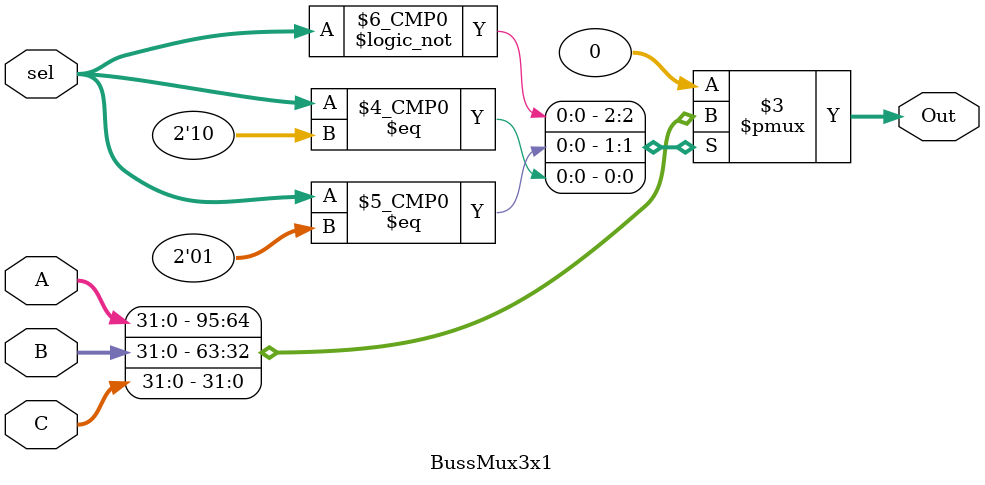
<source format=v>
module BussMux3x1 (
	A, 
	B,
	C,
	sel,
	Out
	);

input [31:0] A;
input [31:0] B;
input [31:0] C;
input [2:1]sel;
output reg [31:0] Out; 
always @(*)
begin
	case(sel)
		0: Out = A;
		1: Out = B;
		2: Out = C;
		default: Out = 0;
	endcase 
end
endmodule
</source>
